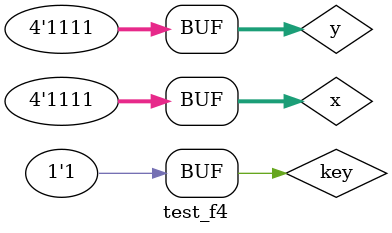
<source format=v>

module choice (output s, input a, input b, input key);
	assign s = ( (a & key) | ( b & ~key) );
endmodule // OR_GATE


//-------------------------
// OR_GATE
//-------------------------
module or_gate (output s, input a, input b);
	assign s = (a | b);
endmodule // OR_GATE

//-------------------------
// XOR_GATE
//-------------------------
module xor_gate (output s, input a, input b);
	assign s = ( (~a*b) + (a*~b) );
endmodule // XOR_GATE

// ------------------------- definir dados
module test_f4;
   reg  [3:0] x;
	reg  [3:0] y;
	reg  [0:0] key;
	
	wire [3:0] saida_xor;
	wire [3:0] saida_or;
	wire [7:0] resultado;
	
	// Descricao do circutio principal
		//Resultado da AND bit a bit
	   xor_gate xor_0 (saida_xor[0], x[0], y[0]);
		xor_gate xor_1 (saida_xor[1], x[1], y[1]);
		xor_gate xor_2 (saida_xor[2], x[2], y[2]);
		xor_gate xor_3 (saida_xor[3], x[3], y[3]);
	
		//Resultado da OR bit a bit
	   or_gate or_0 (saida_or[0], x[0], y[0]);
		or_gate or_1 (saida_or[1], x[1], y[1]);
		or_gate or_2 (saida_or[2], x[2], y[2]);
		or_gate or_3 (saida_or[3], x[3], y[3]);
	
		//Definicao do resultado de acordo com a key
		choice resultado_0 (resultado[0], saida_xor[0], saida_or[0], key);
		choice resultado_1 (resultado[1], saida_xor[1], saida_or[1], key);
		choice resultado_2 (resultado[2], saida_xor[2], saida_or[2], key);
		choice resultado_3 (resultado[3], saida_xor[3], saida_or[3], key);
		
		choice resultado_4 (resultado[4], ~saida_xor[0], ~saida_or[0], key);
		choice resultado_5 (resultado[5], ~saida_xor[1], ~saida_or[1], key);
		choice resultado_6 (resultado[6], ~saida_xor[2], ~saida_or[2], key);
		choice resultado_7 (resultado[7], ~saida_xor[3], ~saida_or[3], key);
// ------------------------- parte principal
   initial begin
		//Descricao
      $display("Exemplo0034 - Eduardo Manoel - 427396");
      $display("Test LU's module");
		$display("KEY = 0 -> OR/NOR\nKEY = 1 -> XOR/XNOR\n");
		//Testes
		#1 x = 4'b0101; y = 4'b1010; key = 0;
		$monitor("Resultado KEY = %1b\n X -> %4b \t Y-> %4b \n Resultado da porta normal-> %4b \t Resultado da porta negada: %4b\n", key, x, y, resultado[3:0], resultado[7:4]);
		#2 x = 4'b0101; y = 4'b1010; key = 1;
		
		#3 x = 4'b1111; y = 4'b0000; key = 0;
		#4 x = 4'b1111; y = 4'b0000; key = 1;
		
		#5 x = 4'b1001; y = 4'b1000; key = 0;
		#6 x = 4'b1001; y = 4'b1000; key = 1;
		
		#7 x = 4'b1111; y = 4'b1111; key = 0;
		#8 x = 4'b1111; y = 4'b1111; key = 1;
end
endmodule // test_f4
</source>
